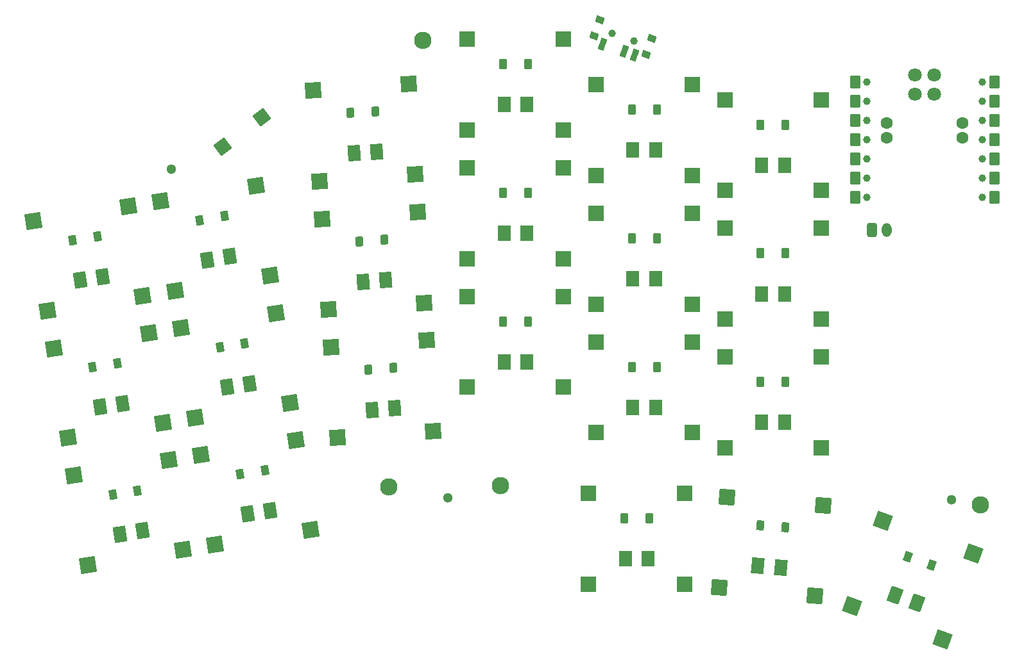
<source format=gbr>
%TF.GenerationSoftware,KiCad,Pcbnew,9.0.3*%
%TF.CreationDate,2025-12-01T13:47:33+01:00*%
%TF.ProjectId,reversible,72657665-7273-4696-926c-652e6b696361,v1.0.0*%
%TF.SameCoordinates,Original*%
%TF.FileFunction,Soldermask,Bot*%
%TF.FilePolarity,Negative*%
%FSLAX46Y46*%
G04 Gerber Fmt 4.6, Leading zero omitted, Abs format (unit mm)*
G04 Created by KiCad (PCBNEW 9.0.3) date 2025-12-01 13:47:33*
%MOMM*%
%LPD*%
G01*
G04 APERTURE LIST*
G04 Aperture macros list*
%AMRoundRect*
0 Rectangle with rounded corners*
0 $1 Rounding radius*
0 $2 $3 $4 $5 $6 $7 $8 $9 X,Y pos of 4 corners*
0 Add a 4 corners polygon primitive as box body*
4,1,4,$2,$3,$4,$5,$6,$7,$8,$9,$2,$3,0*
0 Add four circle primitives for the rounded corners*
1,1,$1+$1,$2,$3*
1,1,$1+$1,$4,$5*
1,1,$1+$1,$6,$7*
1,1,$1+$1,$8,$9*
0 Add four rect primitives between the rounded corners*
20,1,$1+$1,$2,$3,$4,$5,0*
20,1,$1+$1,$4,$5,$6,$7,0*
20,1,$1+$1,$6,$7,$8,$9,0*
20,1,$1+$1,$8,$9,$2,$3,0*%
G04 Aperture macros list end*
%ADD10C,1.300000*%
%ADD11C,2.300000*%
%ADD12C,1.500000*%
%ADD13RoundRect,0.050000X-0.609024X-1.108925X0.921893X-0.866452X0.609024X1.108925X-0.921893X0.866452X0*%
%ADD14RoundRect,0.050000X-0.831254X-1.144123X1.144123X-0.831254X0.831254X1.144123X-1.144123X0.831254X0*%
%ADD15RoundRect,0.050000X-0.450000X-0.600000X0.450000X-0.600000X0.450000X0.600000X-0.450000X0.600000X0*%
%ADD16RoundRect,0.050000X-0.500581X-0.558497X0.395994X-0.636937X0.500581X0.558497X-0.395994X0.636937X0*%
%ADD17RoundRect,0.050000X-0.604476X-0.211208X0.338747X-0.543370X0.604476X0.211208X-0.338747X0.543370X0*%
%ADD18C,1.000000*%
%ADD19RoundRect,0.050000X-0.579249X-0.591161X0.081007X-0.823673X0.579249X0.591161X-0.081007X0.823673X0*%
%ADD20RoundRect,0.050000X-0.407050X-0.629929X0.490758X-0.567148X0.407050X0.629929X-0.490758X0.567148X0*%
%ADD21RoundRect,0.050000X-0.167297X-1.190383X1.190383X-0.167297X0.167297X1.190383X-1.190383X0.167297X0*%
%ADD22RoundRect,0.050000X-0.775000X-1.000000X0.775000X-1.000000X0.775000X1.000000X-0.775000X1.000000X0*%
%ADD23RoundRect,0.050000X-1.000000X-1.000000X1.000000X-1.000000X1.000000X1.000000X-1.000000X1.000000X0*%
%ADD24RoundRect,0.050000X-0.703356X-1.051625X0.842869X-0.943503X0.703356X1.051625X-0.842869X0.943503X0*%
%ADD25RoundRect,0.050000X-0.927808X-1.067321X1.067321X-0.927808X0.927808X1.067321X-1.067321X0.927808X0*%
%ADD26RoundRect,0.050000X-0.350599X-0.663009X0.538320X-0.522217X0.350599X0.663009X-0.538320X0.522217X0*%
%ADD27RoundRect,0.050000X-0.628074X-0.409907X0.217650X-0.717725X0.628074X0.409907X-0.217650X0.717725X0*%
%ADD28RoundRect,0.050000X-1.070282X-0.674627X0.386242X-1.204758X1.070282X0.674627X-0.386242X1.204758X0*%
%ADD29RoundRect,0.050000X-1.281713X-0.597672X0.597672X-1.281713X1.281713X0.597672X-0.597672X1.281713X0*%
%ADD30RoundRect,0.260000X-0.390000X-0.665000X0.390000X-0.665000X0.390000X0.665000X-0.390000X0.665000X0*%
%ADD31O,1.300000X1.850000*%
%ADD32RoundRect,0.140000X0.560000X0.672000X-0.560000X0.672000X-0.560000X-0.672000X0.560000X-0.672000X0*%
%ADD33C,1.600000*%
%ADD34C,1.800000*%
%ADD35RoundRect,0.050000X-0.859207X-0.928649X0.684895X-1.063740X0.859207X0.928649X-0.684895X1.063740X0*%
%ADD36RoundRect,0.050000X-1.083350X-0.909039X0.909039X-1.083350X1.083350X0.909039X-0.909039X1.083350X0*%
G04 APERTURE END LIST*
D10*
%TO.C,*%
X210360000Y-96529999D03*
%TD*%
D11*
%TO.C,MH3*%
X136100838Y-94809521D03*
%TD*%
D12*
%TO.C,CPG1316*%
X117453732Y-98432169D03*
D13*
X117453732Y-98432169D03*
D12*
X120416798Y-97962875D03*
D13*
X120416798Y-97962875D03*
D14*
X113187497Y-102499635D03*
X111310285Y-90647376D03*
X125731137Y-100512924D03*
X123853925Y-88660665D03*
%TD*%
D15*
%TO.C,D15*%
X168156960Y-44977558D03*
X171456962Y-44977566D03*
%TD*%
D16*
%TO.C,D20*%
X185138248Y-99902350D03*
X188425694Y-100189964D03*
%TD*%
D17*
%TO.C,PWR1*%
X163203804Y-35233572D03*
X170089334Y-37658346D03*
D18*
X165600431Y-34900738D03*
X168430103Y-35897223D03*
D17*
X163937880Y-33149051D03*
X170823409Y-35573829D03*
D19*
X164308409Y-36311689D03*
X167138078Y-37308173D03*
X168552918Y-37806412D03*
%TD*%
D15*
%TO.C,D12*%
X151156961Y-38977556D03*
X154456963Y-38977564D03*
%TD*%
D20*
%TO.C,D8*%
X132179413Y-62384082D03*
X135471363Y-62153886D03*
%TD*%
D21*
%TO.C,RST1*%
X119346750Y-46014909D03*
X114155618Y-49926708D03*
%TD*%
D12*
%TO.C,CPG1316*%
X168306958Y-84327557D03*
D22*
X168306958Y-84327557D03*
D12*
X171306960Y-84327560D03*
D22*
X171306960Y-84327560D03*
D23*
X163456955Y-75677559D03*
X163456961Y-87677553D03*
X176156955Y-75677561D03*
X176156961Y-87677555D03*
%TD*%
D12*
%TO.C,CPG1316*%
X131516375Y-50751994D03*
D24*
X131516375Y-50751994D03*
D12*
X134509068Y-50542726D03*
D24*
X134509068Y-50542726D03*
D25*
X126911874Y-54432152D03*
X126074799Y-42461384D03*
X139580933Y-53546244D03*
X138743858Y-41575476D03*
%TD*%
D12*
%TO.C,CPG1316*%
X167306959Y-104327557D03*
D22*
X167306959Y-104327557D03*
D12*
X170306961Y-104327560D03*
D22*
X170306961Y-104327560D03*
D23*
X162456956Y-95677559D03*
X162456962Y-107677553D03*
X175156956Y-95677561D03*
X175156962Y-107677555D03*
%TD*%
D26*
%TO.C,D2*%
X97018566Y-79040183D03*
X100277936Y-78523953D03*
%TD*%
D15*
%TO.C,D11*%
X151156961Y-55977553D03*
X154456963Y-55977561D03*
%TD*%
%TO.C,D13*%
X168156962Y-78977552D03*
X171456964Y-78977560D03*
%TD*%
D11*
%TO.C,MH4*%
X150806954Y-94677560D03*
%TD*%
D15*
%TO.C,D10*%
X151156958Y-72977555D03*
X154456960Y-72977563D03*
%TD*%
D12*
%TO.C,CPG1316*%
X98003645Y-84300844D03*
D13*
X98003645Y-84300844D03*
D12*
X100966711Y-83831550D03*
D13*
X100966711Y-83831550D03*
D14*
X93737410Y-88368310D03*
X91860198Y-76516051D03*
X106281050Y-86381599D03*
X104403838Y-74529340D03*
%TD*%
D26*
%TO.C,D6*%
X111149881Y-59590092D03*
X114409251Y-59073862D03*
%TD*%
D12*
%TO.C,CPG1316*%
X185306963Y-52327560D03*
D22*
X185306963Y-52327560D03*
D12*
X188306965Y-52327563D03*
D22*
X188306965Y-52327563D03*
D23*
X180456960Y-43677562D03*
X180456966Y-55677556D03*
X193156960Y-43677564D03*
X193156966Y-55677558D03*
%TD*%
D11*
%TO.C,MH1*%
X214161381Y-97252158D03*
%TD*%
D27*
%TO.C,D21*%
X204611929Y-104045758D03*
X207712915Y-105174422D03*
%TD*%
D15*
%TO.C,D19*%
X167156962Y-98977551D03*
X170456964Y-98977559D03*
%TD*%
D26*
%TO.C,D5*%
X113809270Y-76380798D03*
X117068640Y-75864568D03*
%TD*%
D12*
%TO.C,CPG1316*%
X132702241Y-67710581D03*
D24*
X132702241Y-67710581D03*
D12*
X135694934Y-67501313D03*
D24*
X135694934Y-67501313D03*
D25*
X128097740Y-71390739D03*
X127260665Y-59419971D03*
X140766799Y-70504831D03*
X139929724Y-58534063D03*
%TD*%
D15*
%TO.C,D17*%
X185156956Y-63977553D03*
X188456958Y-63977561D03*
%TD*%
D12*
%TO.C,CPG1316*%
X133888098Y-84669172D03*
D24*
X133888098Y-84669172D03*
D12*
X136880791Y-84459904D03*
D24*
X136880791Y-84459904D03*
D25*
X129283597Y-88349330D03*
X128446522Y-76378562D03*
X141952656Y-87463422D03*
X141115581Y-75492654D03*
%TD*%
D12*
%TO.C,CPG1316*%
X168306963Y-50327553D03*
D22*
X168306963Y-50327553D03*
D12*
X171306965Y-50327556D03*
D22*
X171306965Y-50327556D03*
D23*
X163456960Y-41677555D03*
X163456966Y-53677549D03*
X176156960Y-41677557D03*
X176156966Y-53677551D03*
%TD*%
D10*
%TO.C,REF\u002A\u002A*%
X107390000Y-52890000D03*
%TD*%
D12*
%TO.C,CPG1316*%
X151306958Y-61327556D03*
D22*
X151306958Y-61327556D03*
D12*
X154306960Y-61327559D03*
D22*
X154306960Y-61327559D03*
D23*
X146456955Y-52677558D03*
X146456961Y-64677552D03*
X159156955Y-52677560D03*
X159156961Y-64677554D03*
%TD*%
D12*
%TO.C,CPG1316*%
X185306961Y-69327558D03*
D22*
X185306961Y-69327558D03*
D12*
X188306963Y-69327561D03*
D22*
X188306963Y-69327561D03*
D23*
X180456958Y-60677560D03*
X180456964Y-72677554D03*
X193156958Y-60677562D03*
X193156964Y-72677556D03*
%TD*%
D12*
%TO.C,CPG1316*%
X168306956Y-67327559D03*
D22*
X168306956Y-67327559D03*
D12*
X171306958Y-67327562D03*
D22*
X171306958Y-67327562D03*
D23*
X163456953Y-58677561D03*
X163456959Y-70677555D03*
X176156953Y-58677563D03*
X176156959Y-70677557D03*
%TD*%
D11*
%TO.C,MH2*%
X140598443Y-35842146D03*
%TD*%
D20*
%TO.C,D7*%
X133365270Y-79342667D03*
X136657220Y-79112471D03*
%TD*%
D26*
%TO.C,D3*%
X94359179Y-62249477D03*
X97618549Y-61733247D03*
%TD*%
D12*
%TO.C,CPG1316*%
X95344257Y-67510144D03*
D13*
X95344257Y-67510144D03*
D12*
X98307323Y-67040850D03*
D13*
X98307323Y-67040850D03*
D14*
X91078022Y-71577610D03*
X89200810Y-59725351D03*
X103621662Y-69590899D03*
X101744450Y-57738640D03*
%TD*%
D26*
%TO.C,D4*%
X116468655Y-93171501D03*
X119728025Y-92655271D03*
%TD*%
D12*
%TO.C,CPG1316*%
X151306964Y-44327561D03*
D22*
X151306964Y-44327561D03*
D12*
X154306966Y-44327564D03*
D22*
X154306966Y-44327564D03*
D23*
X146456961Y-35677563D03*
X146456967Y-47677557D03*
X159156961Y-35677565D03*
X159156967Y-47677559D03*
%TD*%
D15*
%TO.C,D16*%
X185156960Y-80977549D03*
X188456962Y-80977557D03*
%TD*%
%TO.C,D14*%
X168156963Y-61977550D03*
X171456965Y-61977558D03*
%TD*%
D26*
%TO.C,D1*%
X99677951Y-95830885D03*
X102937321Y-95314655D03*
%TD*%
D12*
%TO.C,CPG1316*%
X185306961Y-86327555D03*
D22*
X185306961Y-86327555D03*
D12*
X188306963Y-86327558D03*
D22*
X188306963Y-86327558D03*
D23*
X180456958Y-77677557D03*
X180456964Y-89677551D03*
X193156958Y-77677559D03*
X193156964Y-89677553D03*
%TD*%
D12*
%TO.C,CPG1316*%
X112134958Y-64850752D03*
D13*
X112134958Y-64850752D03*
D12*
X115098024Y-64381458D03*
D13*
X115098024Y-64381458D03*
D14*
X107868723Y-68918218D03*
X105991511Y-57065959D03*
X120412363Y-66931507D03*
X118535151Y-55079248D03*
%TD*%
D12*
%TO.C,CPG1316*%
X202923078Y-109124424D03*
D28*
X202923078Y-109124424D03*
D12*
X205742156Y-110150483D03*
D28*
X205742156Y-110150483D03*
D29*
X201324041Y-99337287D03*
X197219799Y-110613603D03*
X213258137Y-103680941D03*
X209153895Y-114957257D03*
%TD*%
D15*
%TO.C,D18*%
X185156963Y-46977553D03*
X188456965Y-46977561D03*
%TD*%
D20*
%TO.C,D9*%
X130993558Y-45425491D03*
X134285508Y-45195295D03*
%TD*%
D30*
%TO.C,JST1*%
X199830002Y-60870000D03*
D31*
X201829996Y-60869996D03*
%TD*%
D12*
%TO.C,CPG1316*%
X151306962Y-78327558D03*
D22*
X151306962Y-78327558D03*
D12*
X154306964Y-78327561D03*
D22*
X154306964Y-78327561D03*
D23*
X146456959Y-69677560D03*
X146456965Y-81677554D03*
X159156959Y-69677562D03*
X159156965Y-81677556D03*
%TD*%
D18*
%TO.C,XIAOBLE*%
X199186958Y-46437559D03*
X199186960Y-41357560D03*
X199186960Y-43897559D03*
X199186960Y-54057558D03*
X199186961Y-48977558D03*
X199186961Y-51517557D03*
X199186962Y-56597558D03*
X214426958Y-41357558D03*
X214426959Y-46437559D03*
X214426959Y-48977558D03*
X214426960Y-43897558D03*
X214426960Y-54057557D03*
X214426960Y-56597556D03*
X214426962Y-51517557D03*
D32*
X197606958Y-41357558D03*
X197606959Y-43897560D03*
X197606960Y-46437558D03*
X197606959Y-48977558D03*
X197606958Y-51517558D03*
X197606960Y-54057557D03*
X197606958Y-56597557D03*
X216006962Y-56597558D03*
X216006961Y-54057556D03*
X216006960Y-51517558D03*
X216006961Y-48977558D03*
X216006962Y-46437558D03*
X216006960Y-43897559D03*
X216006962Y-41357559D03*
D33*
X201806959Y-48664057D03*
X211806959Y-48664061D03*
X201806960Y-46759057D03*
X211806961Y-46759058D03*
D34*
X205481959Y-40409057D03*
X208021961Y-40409057D03*
X205481959Y-42949057D03*
X208021960Y-42949059D03*
%TD*%
D12*
%TO.C,CPG1316*%
X100663033Y-101091549D03*
D13*
X100663033Y-101091549D03*
D12*
X103626099Y-100622255D03*
D13*
X103626099Y-100622255D03*
D14*
X96396798Y-105159015D03*
X94519586Y-93306756D03*
X108940438Y-103172304D03*
X107063226Y-91320045D03*
%TD*%
D12*
%TO.C,CPG1316*%
X114794352Y-81641458D03*
D13*
X114794352Y-81641458D03*
D12*
X117757418Y-81172164D03*
D13*
X117757418Y-81172164D03*
D14*
X110528117Y-85708924D03*
X108650905Y-73856665D03*
X123071757Y-83722213D03*
X121194545Y-71869954D03*
%TD*%
D10*
%TO.C,*%
X143920001Y-96250001D03*
%TD*%
D12*
%TO.C,CPG1316*%
X184821389Y-105245064D03*
D35*
X184821389Y-105245064D03*
D12*
X187809976Y-105506530D03*
D35*
X187809976Y-105506530D03*
D36*
X180743746Y-96205279D03*
X179697878Y-108159615D03*
X193395420Y-97312151D03*
X192349552Y-109266487D03*
%TD*%
M02*

</source>
